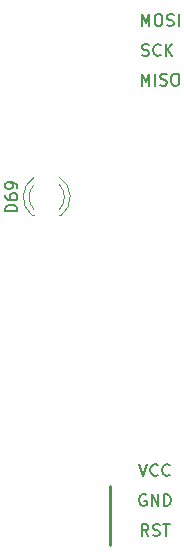
<source format=gto>
G04 #@! TF.GenerationSoftware,KiCad,Pcbnew,(5.1.5)-3*
G04 #@! TF.CreationDate,2021-03-03T02:22:02+07:00*
G04 #@! TF.ProjectId,EV65,45563635-2e6b-4696-9361-645f70636258,rev?*
G04 #@! TF.SameCoordinates,Original*
G04 #@! TF.FileFunction,Legend,Top*
G04 #@! TF.FilePolarity,Positive*
%FSLAX46Y46*%
G04 Gerber Fmt 4.6, Leading zero omitted, Abs format (unit mm)*
G04 Created by KiCad (PCBNEW (5.1.5)-3) date 2021-03-03 02:22:02*
%MOMM*%
%LPD*%
G04 APERTURE LIST*
%ADD10C,0.120000*%
%ADD11C,0.250000*%
%ADD12C,0.150000*%
G04 APERTURE END LIST*
D10*
X27806392Y-94847665D02*
G75*
G03X27649484Y-98080000I1078608J-1672335D01*
G01*
X29963608Y-94847665D02*
G75*
G02X30120516Y-98080000I-1078608J-1672335D01*
G01*
X27805163Y-95478870D02*
G75*
G03X27805000Y-97560961I1079837J-1041130D01*
G01*
X29964837Y-95478870D02*
G75*
G02X29965000Y-97560961I-1079837J-1041130D01*
G01*
X27649000Y-98080000D02*
X27805000Y-98080000D01*
X29965000Y-98080000D02*
X30121000Y-98080000D01*
D11*
X34219200Y-125994800D02*
X34219200Y-120994800D01*
D12*
X26377380Y-97734285D02*
X25377380Y-97734285D01*
X25377380Y-97496190D01*
X25425000Y-97353333D01*
X25520238Y-97258095D01*
X25615476Y-97210476D01*
X25805952Y-97162857D01*
X25948809Y-97162857D01*
X26139285Y-97210476D01*
X26234523Y-97258095D01*
X26329761Y-97353333D01*
X26377380Y-97496190D01*
X26377380Y-97734285D01*
X25377380Y-96305714D02*
X25377380Y-96496190D01*
X25425000Y-96591428D01*
X25472619Y-96639047D01*
X25615476Y-96734285D01*
X25805952Y-96781904D01*
X26186904Y-96781904D01*
X26282142Y-96734285D01*
X26329761Y-96686666D01*
X26377380Y-96591428D01*
X26377380Y-96400952D01*
X26329761Y-96305714D01*
X26282142Y-96258095D01*
X26186904Y-96210476D01*
X25948809Y-96210476D01*
X25853571Y-96258095D01*
X25805952Y-96305714D01*
X25758333Y-96400952D01*
X25758333Y-96591428D01*
X25805952Y-96686666D01*
X25853571Y-96734285D01*
X25948809Y-96781904D01*
X26377380Y-95734285D02*
X26377380Y-95543809D01*
X26329761Y-95448571D01*
X26282142Y-95400952D01*
X26139285Y-95305714D01*
X25948809Y-95258095D01*
X25567857Y-95258095D01*
X25472619Y-95305714D01*
X25425000Y-95353333D01*
X25377380Y-95448571D01*
X25377380Y-95639047D01*
X25425000Y-95734285D01*
X25472619Y-95781904D01*
X25567857Y-95829523D01*
X25805952Y-95829523D01*
X25901190Y-95781904D01*
X25948809Y-95734285D01*
X25996428Y-95639047D01*
X25996428Y-95448571D01*
X25948809Y-95353333D01*
X25901190Y-95305714D01*
X25805952Y-95258095D01*
X36917771Y-87077180D02*
X36917771Y-86077180D01*
X37251104Y-86791466D01*
X37584438Y-86077180D01*
X37584438Y-87077180D01*
X38060628Y-87077180D02*
X38060628Y-86077180D01*
X38489200Y-87029561D02*
X38632057Y-87077180D01*
X38870152Y-87077180D01*
X38965390Y-87029561D01*
X39013009Y-86981942D01*
X39060628Y-86886704D01*
X39060628Y-86791466D01*
X39013009Y-86696228D01*
X38965390Y-86648609D01*
X38870152Y-86600990D01*
X38679676Y-86553371D01*
X38584438Y-86505752D01*
X38536819Y-86458133D01*
X38489200Y-86362895D01*
X38489200Y-86267657D01*
X38536819Y-86172419D01*
X38584438Y-86124800D01*
X38679676Y-86077180D01*
X38917771Y-86077180D01*
X39060628Y-86124800D01*
X39679676Y-86077180D02*
X39870152Y-86077180D01*
X39965390Y-86124800D01*
X40060628Y-86220038D01*
X40108247Y-86410514D01*
X40108247Y-86743847D01*
X40060628Y-86934323D01*
X39965390Y-87029561D01*
X39870152Y-87077180D01*
X39679676Y-87077180D01*
X39584438Y-87029561D01*
X39489200Y-86934323D01*
X39441580Y-86743847D01*
X39441580Y-86410514D01*
X39489200Y-86220038D01*
X39584438Y-86124800D01*
X39679676Y-86077180D01*
X36953485Y-84529561D02*
X37096342Y-84577180D01*
X37334438Y-84577180D01*
X37429676Y-84529561D01*
X37477295Y-84481942D01*
X37524914Y-84386704D01*
X37524914Y-84291466D01*
X37477295Y-84196228D01*
X37429676Y-84148609D01*
X37334438Y-84100990D01*
X37143961Y-84053371D01*
X37048723Y-84005752D01*
X37001104Y-83958133D01*
X36953485Y-83862895D01*
X36953485Y-83767657D01*
X37001104Y-83672419D01*
X37048723Y-83624800D01*
X37143961Y-83577180D01*
X37382057Y-83577180D01*
X37524914Y-83624800D01*
X38524914Y-84481942D02*
X38477295Y-84529561D01*
X38334438Y-84577180D01*
X38239200Y-84577180D01*
X38096342Y-84529561D01*
X38001104Y-84434323D01*
X37953485Y-84339085D01*
X37905866Y-84148609D01*
X37905866Y-84005752D01*
X37953485Y-83815276D01*
X38001104Y-83720038D01*
X38096342Y-83624800D01*
X38239200Y-83577180D01*
X38334438Y-83577180D01*
X38477295Y-83624800D01*
X38524914Y-83672419D01*
X38953485Y-84577180D02*
X38953485Y-83577180D01*
X39524914Y-84577180D02*
X39096342Y-84005752D01*
X39524914Y-83577180D02*
X38953485Y-84148609D01*
X36917771Y-82037180D02*
X36917771Y-81037180D01*
X37251104Y-81751466D01*
X37584438Y-81037180D01*
X37584438Y-82037180D01*
X38251104Y-81037180D02*
X38441580Y-81037180D01*
X38536819Y-81084800D01*
X38632057Y-81180038D01*
X38679676Y-81370514D01*
X38679676Y-81703847D01*
X38632057Y-81894323D01*
X38536819Y-81989561D01*
X38441580Y-82037180D01*
X38251104Y-82037180D01*
X38155866Y-81989561D01*
X38060628Y-81894323D01*
X38013009Y-81703847D01*
X38013009Y-81370514D01*
X38060628Y-81180038D01*
X38155866Y-81084800D01*
X38251104Y-81037180D01*
X39060628Y-81989561D02*
X39203485Y-82037180D01*
X39441580Y-82037180D01*
X39536819Y-81989561D01*
X39584438Y-81941942D01*
X39632057Y-81846704D01*
X39632057Y-81751466D01*
X39584438Y-81656228D01*
X39536819Y-81608609D01*
X39441580Y-81560990D01*
X39251104Y-81513371D01*
X39155866Y-81465752D01*
X39108247Y-81418133D01*
X39060628Y-81322895D01*
X39060628Y-81227657D01*
X39108247Y-81132419D01*
X39155866Y-81084800D01*
X39251104Y-81037180D01*
X39489200Y-81037180D01*
X39632057Y-81084800D01*
X40060628Y-82037180D02*
X40060628Y-81037180D01*
X36715866Y-119137180D02*
X37049200Y-120137180D01*
X37382533Y-119137180D01*
X38287295Y-120041942D02*
X38239676Y-120089561D01*
X38096819Y-120137180D01*
X38001580Y-120137180D01*
X37858723Y-120089561D01*
X37763485Y-119994323D01*
X37715866Y-119899085D01*
X37668247Y-119708609D01*
X37668247Y-119565752D01*
X37715866Y-119375276D01*
X37763485Y-119280038D01*
X37858723Y-119184800D01*
X38001580Y-119137180D01*
X38096819Y-119137180D01*
X38239676Y-119184800D01*
X38287295Y-119232419D01*
X39287295Y-120041942D02*
X39239676Y-120089561D01*
X39096819Y-120137180D01*
X39001580Y-120137180D01*
X38858723Y-120089561D01*
X38763485Y-119994323D01*
X38715866Y-119899085D01*
X38668247Y-119708609D01*
X38668247Y-119565752D01*
X38715866Y-119375276D01*
X38763485Y-119280038D01*
X38858723Y-119184800D01*
X39001580Y-119137180D01*
X39096819Y-119137180D01*
X39239676Y-119184800D01*
X39287295Y-119232419D01*
X37501580Y-125217180D02*
X37168247Y-124740990D01*
X36930152Y-125217180D02*
X36930152Y-124217180D01*
X37311104Y-124217180D01*
X37406342Y-124264800D01*
X37453961Y-124312419D01*
X37501580Y-124407657D01*
X37501580Y-124550514D01*
X37453961Y-124645752D01*
X37406342Y-124693371D01*
X37311104Y-124740990D01*
X36930152Y-124740990D01*
X37882533Y-125169561D02*
X38025390Y-125217180D01*
X38263485Y-125217180D01*
X38358723Y-125169561D01*
X38406342Y-125121942D01*
X38453961Y-125026704D01*
X38453961Y-124931466D01*
X38406342Y-124836228D01*
X38358723Y-124788609D01*
X38263485Y-124740990D01*
X38073009Y-124693371D01*
X37977771Y-124645752D01*
X37930152Y-124598133D01*
X37882533Y-124502895D01*
X37882533Y-124407657D01*
X37930152Y-124312419D01*
X37977771Y-124264800D01*
X38073009Y-124217180D01*
X38311104Y-124217180D01*
X38453961Y-124264800D01*
X38739676Y-124217180D02*
X39311104Y-124217180D01*
X39025390Y-125217180D02*
X39025390Y-124217180D01*
X37287295Y-121724800D02*
X37192057Y-121677180D01*
X37049200Y-121677180D01*
X36906342Y-121724800D01*
X36811104Y-121820038D01*
X36763485Y-121915276D01*
X36715866Y-122105752D01*
X36715866Y-122248609D01*
X36763485Y-122439085D01*
X36811104Y-122534323D01*
X36906342Y-122629561D01*
X37049200Y-122677180D01*
X37144438Y-122677180D01*
X37287295Y-122629561D01*
X37334914Y-122581942D01*
X37334914Y-122248609D01*
X37144438Y-122248609D01*
X37763485Y-122677180D02*
X37763485Y-121677180D01*
X38334914Y-122677180D01*
X38334914Y-121677180D01*
X38811104Y-122677180D02*
X38811104Y-121677180D01*
X39049200Y-121677180D01*
X39192057Y-121724800D01*
X39287295Y-121820038D01*
X39334914Y-121915276D01*
X39382533Y-122105752D01*
X39382533Y-122248609D01*
X39334914Y-122439085D01*
X39287295Y-122534323D01*
X39192057Y-122629561D01*
X39049200Y-122677180D01*
X38811104Y-122677180D01*
M02*

</source>
